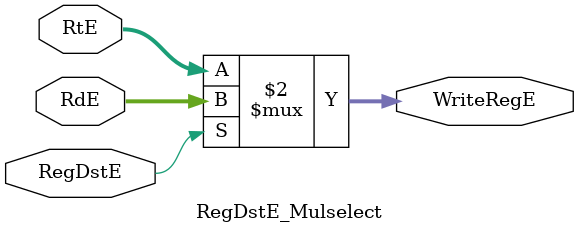
<source format=v>
`timescale 1ns / 1ps
module RegDstE_Mulselect(
    input [4:0]RtE,
	 input [4:0]RdE,
	 input RegDstE,
	 output [4:0]WriteRegE
    );
 
  assign WriteRegE = (~RegDstE)?RtE:RdE;

endmodule

</source>
